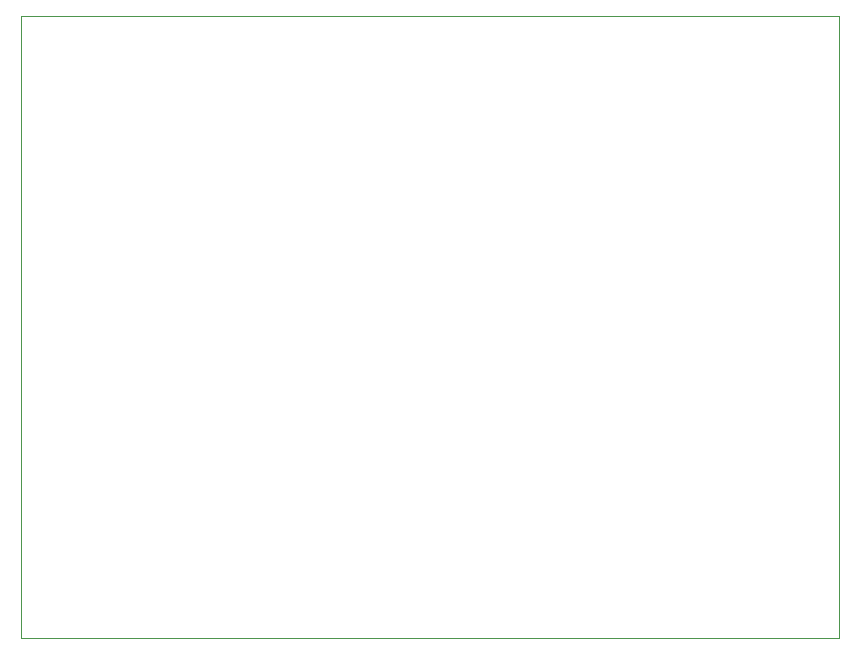
<source format=gm1>
G04 #@! TF.GenerationSoftware,KiCad,Pcbnew,9.0.0*
G04 #@! TF.CreationDate,2025-04-30T01:10:54-03:00*
G04 #@! TF.ProjectId,hw_rfid,68775f72-6669-4642-9e6b-696361645f70,rev?*
G04 #@! TF.SameCoordinates,Original*
G04 #@! TF.FileFunction,Profile,NP*
%FSLAX46Y46*%
G04 Gerber Fmt 4.6, Leading zero omitted, Abs format (unit mm)*
G04 Created by KiCad (PCBNEW 9.0.0) date 2025-04-30 01:10:54*
%MOMM*%
%LPD*%
G01*
G04 APERTURE LIST*
G04 #@! TA.AperFunction,Profile*
%ADD10C,0.050000*%
G04 #@! TD*
G04 APERTURE END LIST*
D10*
X75250000Y-73150000D02*
X144550000Y-73150000D01*
X144550000Y-125825000D01*
X75250000Y-125825000D01*
X75250000Y-73150000D01*
M02*

</source>
